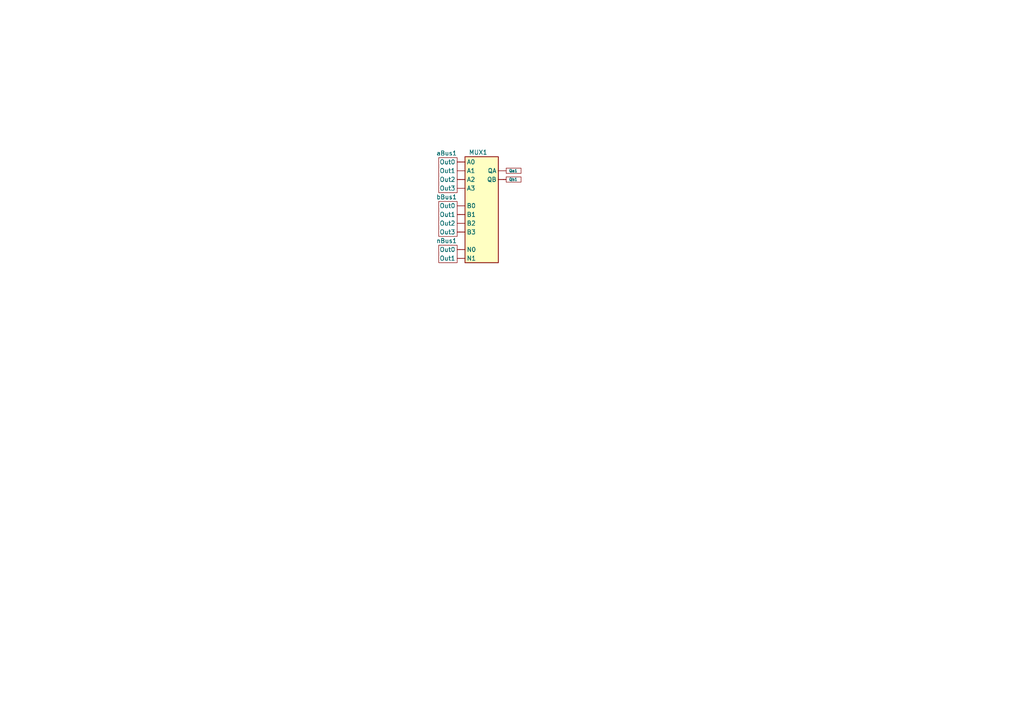
<source format=kicad_sch>
(kicad_sch (version 20230121) (generator eeschema)
  (paper "A4")
  (lib_symbols
    (symbol "Tests:InPin" (pin_numbers hide) (pin_names hide)
      (property "Reference" "InPin" (at 2.794 0 0))
      (symbol "InPin_0_1"
        (rectangle (start 0.762 0.762) (end 5.08 -0.762))
      )
      (symbol "InPin_1_1"
        (pin input line (at 0 0 0) (length 0.75) (name "In") (number "1"))
      )
    )
    (symbol "Tests:OutBus2x" (pin_numbers hide)
      (property "Reference" "OutBus2x" (at -2.54 3.556 0))
      (symbol "OutBus2x_0_1"
        (rectangle (start -6.096 2.54) (end -0.75 -2.54))
      )
      (symbol "OutBus2x_1_1"
        (pin output line (at 0 1.27 180) (length 0.75) (name "Out0") (number "0"))
        (pin output line (at 0 -1.27 180) (length 0.75) (name "Out1") (number "1"))
      )
    )
    (symbol "Tests:OutBus4x" (pin_numbers hide)
      (property "Reference" "OutBus4x" (at -1.524 6.096 0))
      (symbol "OutBus4x_0_1"
        (rectangle (start -6.096 5.08) (end -0.75 -5.08))
      )
      (symbol "OutBus4x_1_1"
        (pin output line (at 0 3.81 180) (length 0.75) (name "Out0") (number "0"))
        (pin output line (at 0 1.27 180) (length 0.75) (name "Out1") (number "1"))
        (pin output line (at 0 -1.27 180) (length 0.75) (name "Out2") (number "2"))
        (pin output line (at 0 -3.81 180) (length 0.75) (name "Out3") (number "3"))
      )
    )
    (symbol "chip:MULTIPLEXER" (pin_numbers hide)
      (property "Reference" "MUX" (at -1.016 16.764 0))
      (symbol "MULTIPLEXER_1_1"
        (rectangle (start -4.826 15.494) (end 4.826 -15.24) (stroke (width 0.254)) (fill (type background)))
        (pin input line (at -6.35 -11.43 0) (length 1.5) (name "N0") (number "1"))
        (pin input line (at -6.35 -6.35 0) (length 1.5) (name "B3") (number "10"))
        (pin output line (at 6.35 11.43 180) (length 1.5) (name "QA") (number "11"))
        (pin output line (at 6.35 8.89 180) (length 1.5) (name "QB") (number "12"))
        (pin input line (at -6.35 -13.97 0) (length 1.5) (name "N1") (number "2"))
        (pin input line (at -6.35 13.97 0) (length 1.5) (name "A0") (number "3"))
        (pin input line (at -6.35 11.43 0) (length 1.5) (name "A1") (number "4"))
        (pin input line (at -6.35 8.89 0) (length 1.5) (name "A2") (number "5"))
        (pin input line (at -6.35 6.35 0) (length 1.5) (name "A3") (number "6"))
        (pin input line (at -6.35 1.27 0) (length 1.5) (name "B0") (number "7"))
        (pin input line (at -6.35 -1.27 0) (length 1.5) (name "B1") (number "8"))
        (pin input line (at -6.35 -3.81 0) (length 1.5) (name "B2") (number "9"))
      )
    )
  )
  (symbol (lib_id "Tests:OutBus4x") (at 133.35 63.5 0) (unit 1)
    (property "Reference" "bBus1" (at 129.54 57.15 0))
    (property "Value" "OutBus4x" (effects hide))
  )
  (symbol (lib_id "Tests:OutBus2x") (at 133.35 73.66 0) (unit 1)
    (property "Reference" "nBus1" (at 129.54 69.85 0))
    (property "Value" "OutBus2x" (effects hide))
  )
  (symbol (lib_id "Tests:InPin") (at 146.05 49.53 0) (unit 1)
    (property "Reference" "Qa1" (at 148.844 49.53 0) (effects (font (size 0.8 0.8))))
    (property "Value" "InPin" (effects hide))
  )
  (symbol (lib_id "chip:MULTIPLEXER") (at 139.7 60.96 0) (unit 1)
    (property "Reference" "MUX1" (at 138.684 44.196 0))
    (property "Value" "MUX" (effects hide))
  )
  (symbol (lib_id "Tests:OutBus4x") (at 133.35 50.8 0) (unit 1)
    (property "Reference" "aBus1" (at 129.54 44.45 0))
    (property "Value" "OutBus4x" (effects hide))
  )
  (symbol (lib_id "Tests:InPin") (at 146.05 52.07 0) (unit 1)
    (property "Reference" "Qb1" (at 148.844 52.07 0) (effects (font (size 0.8 0.8))))
    (property "Value" "InPin" (effects hide))
  )
)
</source>
